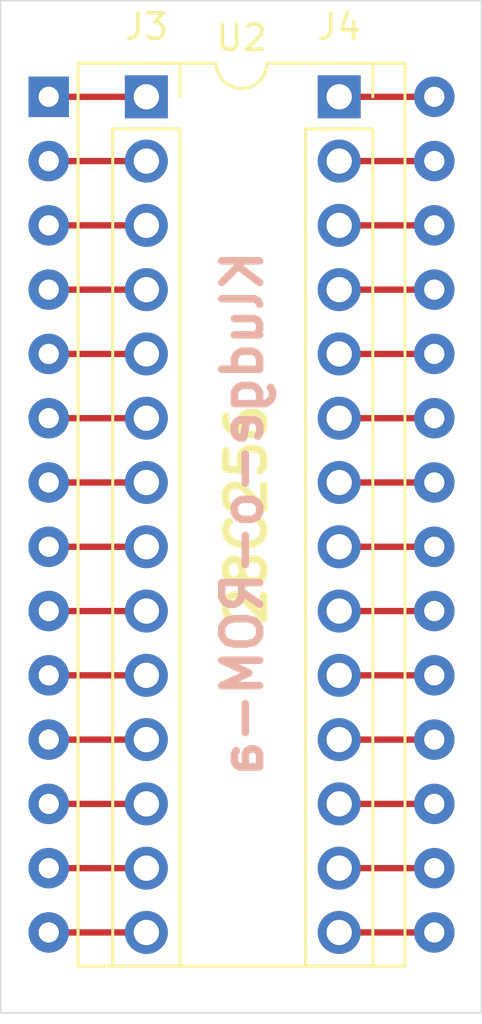
<source format=kicad_pcb>
(kicad_pcb (version 20171130) (host pcbnew "(5.1.9)-1")

  (general
    (thickness 1.6)
    (drawings 6)
    (tracks 28)
    (zones 0)
    (modules 3)
    (nets 29)
  )

  (page A4)
  (layers
    (0 F.Cu signal)
    (31 B.Cu signal)
    (32 B.Adhes user)
    (33 F.Adhes user)
    (34 B.Paste user)
    (35 F.Paste user)
    (36 B.SilkS user)
    (37 F.SilkS user)
    (38 B.Mask user)
    (39 F.Mask user)
    (40 Dwgs.User user)
    (41 Cmts.User user)
    (42 Eco1.User user)
    (43 Eco2.User user)
    (44 Edge.Cuts user)
    (45 Margin user)
    (46 B.CrtYd user)
    (47 F.CrtYd user)
    (48 B.Fab user)
    (49 F.Fab user)
  )

  (setup
    (last_trace_width 0.25)
    (trace_clearance 0.2)
    (zone_clearance 0.508)
    (zone_45_only no)
    (trace_min 0.2)
    (via_size 0.8)
    (via_drill 0.4)
    (via_min_size 0.4)
    (via_min_drill 0.3)
    (uvia_size 0.3)
    (uvia_drill 0.1)
    (uvias_allowed no)
    (uvia_min_size 0.2)
    (uvia_min_drill 0.1)
    (edge_width 0.05)
    (segment_width 0.2)
    (pcb_text_width 0.3)
    (pcb_text_size 1.5 1.5)
    (mod_edge_width 0.12)
    (mod_text_size 1 1)
    (mod_text_width 0.15)
    (pad_size 1.524 1.524)
    (pad_drill 0.762)
    (pad_to_mask_clearance 0)
    (aux_axis_origin 0 0)
    (visible_elements 7FFFFFFF)
    (pcbplotparams
      (layerselection 0x010fc_ffffffff)
      (usegerberextensions true)
      (usegerberattributes false)
      (usegerberadvancedattributes false)
      (creategerberjobfile false)
      (excludeedgelayer true)
      (linewidth 0.100000)
      (plotframeref false)
      (viasonmask false)
      (mode 1)
      (useauxorigin false)
      (hpglpennumber 1)
      (hpglpenspeed 20)
      (hpglpendiameter 15.000000)
      (psnegative false)
      (psa4output false)
      (plotreference true)
      (plotvalue true)
      (plotinvisibletext false)
      (padsonsilk false)
      (subtractmaskfromsilk true)
      (outputformat 1)
      (mirror false)
      (drillshape 0)
      (scaleselection 1)
      (outputdirectory "./sst39-28"))
  )

  (net 0 "")
  (net 1 A15)
  (net 2 D2)
  (net 3 D1)
  (net 4 D0)
  (net 5 A0)
  (net 6 A1)
  (net 7 A2)
  (net 8 A3)
  (net 9 A4)
  (net 10 A5)
  (net 11 A6)
  (net 12 A7)
  (net 13 A12)
  (net 14 A14)
  (net 15 D3)
  (net 16 D4)
  (net 17 D5)
  (net 18 D6)
  (net 19 D7)
  (net 20 ~CE)
  (net 21 A10)
  (net 22 ~OE)
  (net 23 A11)
  (net 24 A9)
  (net 25 A8)
  (net 26 A13)
  (net 27 ~WE)
  (net 28 VCC)

  (net_class Default "This is the default net class."
    (clearance 0.2)
    (trace_width 0.25)
    (via_dia 0.8)
    (via_drill 0.4)
    (uvia_dia 0.3)
    (uvia_drill 0.1)
    (add_net A0)
    (add_net A1)
    (add_net A10)
    (add_net A11)
    (add_net A12)
    (add_net A13)
    (add_net A14)
    (add_net A15)
    (add_net A2)
    (add_net A3)
    (add_net A4)
    (add_net A5)
    (add_net A6)
    (add_net A7)
    (add_net A8)
    (add_net A9)
    (add_net D0)
    (add_net D1)
    (add_net D2)
    (add_net D3)
    (add_net D4)
    (add_net D5)
    (add_net D6)
    (add_net D7)
    (add_net VCC)
    (add_net ~CE)
    (add_net ~OE)
    (add_net ~WE)
  )

  (module Connector_PinSocket_2.54mm:PinSocket_1x14_P2.54mm_Vertical (layer F.Cu) (tedit 5A19A434) (tstamp 619B97B9)
    (at 152.38 62.8)
    (descr "Through hole straight socket strip, 1x14, 2.54mm pitch, single row (from Kicad 4.0.7), script generated")
    (tags "Through hole socket strip THT 1x14 2.54mm single row")
    (path /61AFECD6)
    (fp_text reference J4 (at 0 -2.77) (layer F.SilkS)
      (effects (font (size 1 1) (thickness 0.15)))
    )
    (fp_text value b-right (at 0 35.79) (layer F.Fab)
      (effects (font (size 1 1) (thickness 0.15)))
    )
    (fp_line (start -1.8 34.8) (end -1.8 -1.8) (layer F.CrtYd) (width 0.05))
    (fp_line (start 1.75 34.8) (end -1.8 34.8) (layer F.CrtYd) (width 0.05))
    (fp_line (start 1.75 -1.8) (end 1.75 34.8) (layer F.CrtYd) (width 0.05))
    (fp_line (start -1.8 -1.8) (end 1.75 -1.8) (layer F.CrtYd) (width 0.05))
    (fp_line (start 0 -1.33) (end 1.33 -1.33) (layer F.SilkS) (width 0.12))
    (fp_line (start 1.33 -1.33) (end 1.33 0) (layer F.SilkS) (width 0.12))
    (fp_line (start 1.33 1.27) (end 1.33 34.35) (layer F.SilkS) (width 0.12))
    (fp_line (start -1.33 34.35) (end 1.33 34.35) (layer F.SilkS) (width 0.12))
    (fp_line (start -1.33 1.27) (end -1.33 34.35) (layer F.SilkS) (width 0.12))
    (fp_line (start -1.33 1.27) (end 1.33 1.27) (layer F.SilkS) (width 0.12))
    (fp_line (start -1.27 34.29) (end -1.27 -1.27) (layer F.Fab) (width 0.1))
    (fp_line (start 1.27 34.29) (end -1.27 34.29) (layer F.Fab) (width 0.1))
    (fp_line (start 1.27 -0.635) (end 1.27 34.29) (layer F.Fab) (width 0.1))
    (fp_line (start 0.635 -1.27) (end 1.27 -0.635) (layer F.Fab) (width 0.1))
    (fp_line (start -1.27 -1.27) (end 0.635 -1.27) (layer F.Fab) (width 0.1))
    (fp_text user %R (at 0 16.51 90) (layer F.Fab)
      (effects (font (size 1 1) (thickness 0.15)))
    )
    (pad 14 thru_hole oval (at 0 33.02) (size 1.7 1.7) (drill 1) (layers *.Cu *.Mask)
      (net 15 D3))
    (pad 13 thru_hole oval (at 0 30.48) (size 1.7 1.7) (drill 1) (layers *.Cu *.Mask)
      (net 16 D4))
    (pad 12 thru_hole oval (at 0 27.94) (size 1.7 1.7) (drill 1) (layers *.Cu *.Mask)
      (net 17 D5))
    (pad 11 thru_hole oval (at 0 25.4) (size 1.7 1.7) (drill 1) (layers *.Cu *.Mask)
      (net 18 D6))
    (pad 10 thru_hole oval (at 0 22.86) (size 1.7 1.7) (drill 1) (layers *.Cu *.Mask)
      (net 19 D7))
    (pad 9 thru_hole oval (at 0 20.32) (size 1.7 1.7) (drill 1) (layers *.Cu *.Mask)
      (net 20 ~CE))
    (pad 8 thru_hole oval (at 0 17.78) (size 1.7 1.7) (drill 1) (layers *.Cu *.Mask)
      (net 21 A10))
    (pad 7 thru_hole oval (at 0 15.24) (size 1.7 1.7) (drill 1) (layers *.Cu *.Mask)
      (net 22 ~OE))
    (pad 6 thru_hole oval (at 0 12.7) (size 1.7 1.7) (drill 1) (layers *.Cu *.Mask)
      (net 23 A11))
    (pad 5 thru_hole oval (at 0 10.16) (size 1.7 1.7) (drill 1) (layers *.Cu *.Mask)
      (net 24 A9))
    (pad 4 thru_hole oval (at 0 7.62) (size 1.7 1.7) (drill 1) (layers *.Cu *.Mask)
      (net 25 A8))
    (pad 3 thru_hole oval (at 0 5.08) (size 1.7 1.7) (drill 1) (layers *.Cu *.Mask)
      (net 26 A13))
    (pad 2 thru_hole oval (at 0 2.54) (size 1.7 1.7) (drill 1) (layers *.Cu *.Mask)
      (net 27 ~WE))
    (pad 1 thru_hole rect (at 0 0) (size 1.7 1.7) (drill 1) (layers *.Cu *.Mask)
      (net 28 VCC))
    (model ${KISYS3DMOD}/Connector_PinSocket_2.54mm.3dshapes/PinSocket_1x14_P2.54mm_Vertical.wrl
      (at (xyz 0 0 0))
      (scale (xyz 1 1 1))
      (rotate (xyz 0 0 0))
    )
  )

  (module Connector_PinSocket_2.54mm:PinSocket_1x14_P2.54mm_Vertical (layer F.Cu) (tedit 5A19A434) (tstamp 619B9797)
    (at 144.76 62.8)
    (descr "Through hole straight socket strip, 1x14, 2.54mm pitch, single row (from Kicad 4.0.7), script generated")
    (tags "Through hole socket strip THT 1x14 2.54mm single row")
    (path /61AFEB74)
    (fp_text reference J3 (at 0 -2.77) (layer F.SilkS)
      (effects (font (size 1 1) (thickness 0.15)))
    )
    (fp_text value b-left (at 0 35.79) (layer F.Fab)
      (effects (font (size 1 1) (thickness 0.15)))
    )
    (fp_line (start -1.8 34.8) (end -1.8 -1.8) (layer F.CrtYd) (width 0.05))
    (fp_line (start 1.75 34.8) (end -1.8 34.8) (layer F.CrtYd) (width 0.05))
    (fp_line (start 1.75 -1.8) (end 1.75 34.8) (layer F.CrtYd) (width 0.05))
    (fp_line (start -1.8 -1.8) (end 1.75 -1.8) (layer F.CrtYd) (width 0.05))
    (fp_line (start 0 -1.33) (end 1.33 -1.33) (layer F.SilkS) (width 0.12))
    (fp_line (start 1.33 -1.33) (end 1.33 0) (layer F.SilkS) (width 0.12))
    (fp_line (start 1.33 1.27) (end 1.33 34.35) (layer F.SilkS) (width 0.12))
    (fp_line (start -1.33 34.35) (end 1.33 34.35) (layer F.SilkS) (width 0.12))
    (fp_line (start -1.33 1.27) (end -1.33 34.35) (layer F.SilkS) (width 0.12))
    (fp_line (start -1.33 1.27) (end 1.33 1.27) (layer F.SilkS) (width 0.12))
    (fp_line (start -1.27 34.29) (end -1.27 -1.27) (layer F.Fab) (width 0.1))
    (fp_line (start 1.27 34.29) (end -1.27 34.29) (layer F.Fab) (width 0.1))
    (fp_line (start 1.27 -0.635) (end 1.27 34.29) (layer F.Fab) (width 0.1))
    (fp_line (start 0.635 -1.27) (end 1.27 -0.635) (layer F.Fab) (width 0.1))
    (fp_line (start -1.27 -1.27) (end 0.635 -1.27) (layer F.Fab) (width 0.1))
    (fp_text user %R (at 0 16.51 90) (layer F.Fab)
      (effects (font (size 1 1) (thickness 0.15)))
    )
    (pad 14 thru_hole oval (at 0 33.02) (size 1.7 1.7) (drill 1) (layers *.Cu *.Mask)
      (net 1 A15))
    (pad 13 thru_hole oval (at 0 30.48) (size 1.7 1.7) (drill 1) (layers *.Cu *.Mask)
      (net 2 D2))
    (pad 12 thru_hole oval (at 0 27.94) (size 1.7 1.7) (drill 1) (layers *.Cu *.Mask)
      (net 3 D1))
    (pad 11 thru_hole oval (at 0 25.4) (size 1.7 1.7) (drill 1) (layers *.Cu *.Mask)
      (net 4 D0))
    (pad 10 thru_hole oval (at 0 22.86) (size 1.7 1.7) (drill 1) (layers *.Cu *.Mask)
      (net 5 A0))
    (pad 9 thru_hole oval (at 0 20.32) (size 1.7 1.7) (drill 1) (layers *.Cu *.Mask)
      (net 6 A1))
    (pad 8 thru_hole oval (at 0 17.78) (size 1.7 1.7) (drill 1) (layers *.Cu *.Mask)
      (net 7 A2))
    (pad 7 thru_hole oval (at 0 15.24) (size 1.7 1.7) (drill 1) (layers *.Cu *.Mask)
      (net 8 A3))
    (pad 6 thru_hole oval (at 0 12.7) (size 1.7 1.7) (drill 1) (layers *.Cu *.Mask)
      (net 9 A4))
    (pad 5 thru_hole oval (at 0 10.16) (size 1.7 1.7) (drill 1) (layers *.Cu *.Mask)
      (net 10 A5))
    (pad 4 thru_hole oval (at 0 7.62) (size 1.7 1.7) (drill 1) (layers *.Cu *.Mask)
      (net 11 A6))
    (pad 3 thru_hole oval (at 0 5.08) (size 1.7 1.7) (drill 1) (layers *.Cu *.Mask)
      (net 12 A7))
    (pad 2 thru_hole oval (at 0 2.54) (size 1.7 1.7) (drill 1) (layers *.Cu *.Mask)
      (net 13 A12))
    (pad 1 thru_hole rect (at 0 0) (size 1.7 1.7) (drill 1) (layers *.Cu *.Mask)
      (net 14 A14))
    (model ${KISYS3DMOD}/Connector_PinSocket_2.54mm.3dshapes/PinSocket_1x14_P2.54mm_Vertical.wrl
      (at (xyz 0 0 0))
      (scale (xyz 1 1 1))
      (rotate (xyz 0 0 0))
    )
  )

  (module Package_DIP:DIP-28_W15.24mm (layer F.Cu) (tedit 5A02E8C5) (tstamp 619B9825)
    (at 140.9 62.8)
    (descr "28-lead though-hole mounted DIP package, row spacing 15.24 mm (600 mils)")
    (tags "THT DIP DIL PDIP 2.54mm 15.24mm 600mil")
    (path /61AFBB43)
    (fp_text reference U2 (at 7.62 -2.33) (layer F.SilkS)
      (effects (font (size 1 1) (thickness 0.15)))
    )
    (fp_text value 28C256 (at 7.62 35.35) (layer F.Fab)
      (effects (font (size 1 1) (thickness 0.15)))
    )
    (fp_line (start 16.3 -1.55) (end -1.05 -1.55) (layer F.CrtYd) (width 0.05))
    (fp_line (start 16.3 34.55) (end 16.3 -1.55) (layer F.CrtYd) (width 0.05))
    (fp_line (start -1.05 34.55) (end 16.3 34.55) (layer F.CrtYd) (width 0.05))
    (fp_line (start -1.05 -1.55) (end -1.05 34.55) (layer F.CrtYd) (width 0.05))
    (fp_line (start 14.08 -1.33) (end 8.62 -1.33) (layer F.SilkS) (width 0.12))
    (fp_line (start 14.08 34.35) (end 14.08 -1.33) (layer F.SilkS) (width 0.12))
    (fp_line (start 1.16 34.35) (end 14.08 34.35) (layer F.SilkS) (width 0.12))
    (fp_line (start 1.16 -1.33) (end 1.16 34.35) (layer F.SilkS) (width 0.12))
    (fp_line (start 6.62 -1.33) (end 1.16 -1.33) (layer F.SilkS) (width 0.12))
    (fp_line (start 0.255 -0.27) (end 1.255 -1.27) (layer F.Fab) (width 0.1))
    (fp_line (start 0.255 34.29) (end 0.255 -0.27) (layer F.Fab) (width 0.1))
    (fp_line (start 14.985 34.29) (end 0.255 34.29) (layer F.Fab) (width 0.1))
    (fp_line (start 14.985 -1.27) (end 14.985 34.29) (layer F.Fab) (width 0.1))
    (fp_line (start 1.255 -1.27) (end 14.985 -1.27) (layer F.Fab) (width 0.1))
    (fp_text user %R (at 7.62 16.51) (layer F.Fab)
      (effects (font (size 1 1) (thickness 0.15)))
    )
    (fp_arc (start 7.62 -1.33) (end 6.62 -1.33) (angle -180) (layer F.SilkS) (width 0.12))
    (pad 28 thru_hole oval (at 15.24 0) (size 1.6 1.6) (drill 0.8) (layers *.Cu *.Mask)
      (net 28 VCC))
    (pad 14 thru_hole oval (at 0 33.02) (size 1.6 1.6) (drill 0.8) (layers *.Cu *.Mask)
      (net 1 A15))
    (pad 27 thru_hole oval (at 15.24 2.54) (size 1.6 1.6) (drill 0.8) (layers *.Cu *.Mask)
      (net 27 ~WE))
    (pad 13 thru_hole oval (at 0 30.48) (size 1.6 1.6) (drill 0.8) (layers *.Cu *.Mask)
      (net 2 D2))
    (pad 26 thru_hole oval (at 15.24 5.08) (size 1.6 1.6) (drill 0.8) (layers *.Cu *.Mask)
      (net 26 A13))
    (pad 12 thru_hole oval (at 0 27.94) (size 1.6 1.6) (drill 0.8) (layers *.Cu *.Mask)
      (net 3 D1))
    (pad 25 thru_hole oval (at 15.24 7.62) (size 1.6 1.6) (drill 0.8) (layers *.Cu *.Mask)
      (net 25 A8))
    (pad 11 thru_hole oval (at 0 25.4) (size 1.6 1.6) (drill 0.8) (layers *.Cu *.Mask)
      (net 4 D0))
    (pad 24 thru_hole oval (at 15.24 10.16) (size 1.6 1.6) (drill 0.8) (layers *.Cu *.Mask)
      (net 24 A9))
    (pad 10 thru_hole oval (at 0 22.86) (size 1.6 1.6) (drill 0.8) (layers *.Cu *.Mask)
      (net 5 A0))
    (pad 23 thru_hole oval (at 15.24 12.7) (size 1.6 1.6) (drill 0.8) (layers *.Cu *.Mask)
      (net 23 A11))
    (pad 9 thru_hole oval (at 0 20.32) (size 1.6 1.6) (drill 0.8) (layers *.Cu *.Mask)
      (net 6 A1))
    (pad 22 thru_hole oval (at 15.24 15.24) (size 1.6 1.6) (drill 0.8) (layers *.Cu *.Mask)
      (net 22 ~OE))
    (pad 8 thru_hole oval (at 0 17.78) (size 1.6 1.6) (drill 0.8) (layers *.Cu *.Mask)
      (net 7 A2))
    (pad 21 thru_hole oval (at 15.24 17.78) (size 1.6 1.6) (drill 0.8) (layers *.Cu *.Mask)
      (net 21 A10))
    (pad 7 thru_hole oval (at 0 15.24) (size 1.6 1.6) (drill 0.8) (layers *.Cu *.Mask)
      (net 8 A3))
    (pad 20 thru_hole oval (at 15.24 20.32) (size 1.6 1.6) (drill 0.8) (layers *.Cu *.Mask)
      (net 20 ~CE))
    (pad 6 thru_hole oval (at 0 12.7) (size 1.6 1.6) (drill 0.8) (layers *.Cu *.Mask)
      (net 9 A4))
    (pad 19 thru_hole oval (at 15.24 22.86) (size 1.6 1.6) (drill 0.8) (layers *.Cu *.Mask)
      (net 19 D7))
    (pad 5 thru_hole oval (at 0 10.16) (size 1.6 1.6) (drill 0.8) (layers *.Cu *.Mask)
      (net 10 A5))
    (pad 18 thru_hole oval (at 15.24 25.4) (size 1.6 1.6) (drill 0.8) (layers *.Cu *.Mask)
      (net 18 D6))
    (pad 4 thru_hole oval (at 0 7.62) (size 1.6 1.6) (drill 0.8) (layers *.Cu *.Mask)
      (net 11 A6))
    (pad 17 thru_hole oval (at 15.24 27.94) (size 1.6 1.6) (drill 0.8) (layers *.Cu *.Mask)
      (net 17 D5))
    (pad 3 thru_hole oval (at 0 5.08) (size 1.6 1.6) (drill 0.8) (layers *.Cu *.Mask)
      (net 12 A7))
    (pad 16 thru_hole oval (at 15.24 30.48) (size 1.6 1.6) (drill 0.8) (layers *.Cu *.Mask)
      (net 16 D4))
    (pad 2 thru_hole oval (at 0 2.54) (size 1.6 1.6) (drill 0.8) (layers *.Cu *.Mask)
      (net 13 A12))
    (pad 15 thru_hole oval (at 15.24 33.02) (size 1.6 1.6) (drill 0.8) (layers *.Cu *.Mask)
      (net 15 D3))
    (pad 1 thru_hole rect (at 0 0) (size 1.6 1.6) (drill 0.8) (layers *.Cu *.Mask)
      (net 14 A14))
    (model ${KISYS3DMOD}/Package_DIP.3dshapes/DIP-28_W15.24mm.wrl
      (at (xyz 0 0 0))
      (scale (xyz 1 1 1))
      (rotate (xyz 0 0 0))
    )
  )

  (gr_line (start 139 99) (end 139 59) (layer Edge.Cuts) (width 0.05) (tstamp 619B14CC))
  (gr_line (start 158 99) (end 139 99) (layer Edge.Cuts) (width 0.05))
  (gr_line (start 158 59) (end 158 99) (layer Edge.Cuts) (width 0.05))
  (gr_line (start 139 59) (end 158 59) (layer Edge.Cuts) (width 0.05))
  (gr_text 28C256 (at 148.72 79.32 90) (layer F.SilkS)
    (effects (font (size 1.5 1.5) (thickness 0.3)))
  )
  (gr_text Kludge-o-ROM-a (at 148.56 79.28 90) (layer B.SilkS)
    (effects (font (size 1.5 1.5) (thickness 0.3)) (justify mirror))
  )

  (segment (start 140.9 95.82) (end 144.76 95.82) (width 0.25) (layer F.Cu) (net 1))
  (segment (start 140.9 93.28) (end 144.76 93.28) (width 0.25) (layer F.Cu) (net 2))
  (segment (start 140.9 90.74) (end 144.76 90.74) (width 0.25) (layer F.Cu) (net 3))
  (segment (start 140.9 88.2) (end 144.76 88.2) (width 0.25) (layer F.Cu) (net 4))
  (segment (start 140.9 85.66) (end 144.76 85.66) (width 0.25) (layer F.Cu) (net 5))
  (segment (start 140.9 83.12) (end 144.76 83.12) (width 0.25) (layer F.Cu) (net 6))
  (segment (start 140.9 80.58) (end 144.76 80.58) (width 0.25) (layer F.Cu) (net 7))
  (segment (start 140.9 78.04) (end 144.76 78.04) (width 0.25) (layer F.Cu) (net 8))
  (segment (start 140.9 75.5) (end 144.76 75.5) (width 0.25) (layer F.Cu) (net 9))
  (segment (start 140.9 72.96) (end 144.76 72.96) (width 0.25) (layer F.Cu) (net 10))
  (segment (start 140.9 70.42) (end 144.76 70.42) (width 0.25) (layer F.Cu) (net 11))
  (segment (start 140.9 67.88) (end 144.76 67.88) (width 0.25) (layer F.Cu) (net 12))
  (segment (start 140.9 65.34) (end 144.76 65.34) (width 0.25) (layer F.Cu) (net 13))
  (segment (start 140.9 62.8) (end 144.76 62.8) (width 0.25) (layer F.Cu) (net 14))
  (segment (start 152.38 95.82) (end 156.14 95.82) (width 0.25) (layer F.Cu) (net 15))
  (segment (start 152.38 93.28) (end 156.14 93.28) (width 0.25) (layer F.Cu) (net 16))
  (segment (start 152.38 90.74) (end 156.14 90.74) (width 0.25) (layer F.Cu) (net 17))
  (segment (start 152.38 88.2) (end 156.14 88.2) (width 0.25) (layer F.Cu) (net 18))
  (segment (start 152.38 85.66) (end 156.14 85.66) (width 0.25) (layer F.Cu) (net 19))
  (segment (start 152.38 83.12) (end 156.14 83.12) (width 0.25) (layer F.Cu) (net 20))
  (segment (start 152.38 80.58) (end 156.14 80.58) (width 0.25) (layer F.Cu) (net 21))
  (segment (start 152.38 78.04) (end 156.14 78.04) (width 0.25) (layer F.Cu) (net 22))
  (segment (start 152.38 75.5) (end 156.14 75.5) (width 0.25) (layer F.Cu) (net 23))
  (segment (start 152.38 72.96) (end 156.14 72.96) (width 0.25) (layer F.Cu) (net 24))
  (segment (start 152.38 70.42) (end 156.14 70.42) (width 0.25) (layer F.Cu) (net 25))
  (segment (start 152.38 67.88) (end 156.14 67.88) (width 0.25) (layer F.Cu) (net 26))
  (segment (start 152.38 65.34) (end 156.14 65.34) (width 0.25) (layer F.Cu) (net 27))
  (segment (start 152.38 62.8) (end 156.14 62.8) (width 0.25) (layer F.Cu) (net 28))

)

</source>
